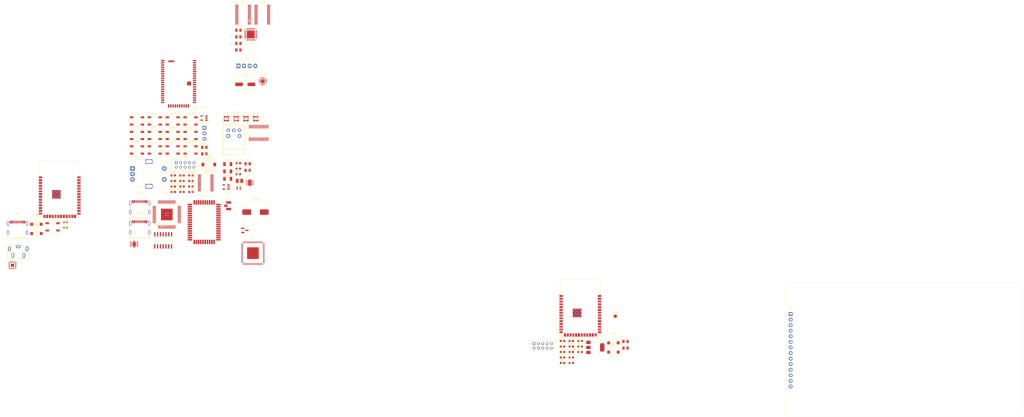
<source format=kicad_pcb>
(kicad_pcb (version 20241229) (generator "pcbnew") (generator_version "9.0")
  (layers (0 "F.Cu" signal) (2 "B.Cu" signal) (13 "F.Paste" user) (15 "B.Paste" user) (5 "F.SilkS" user "F.Silkscreen") (7 "B.SilkS" user "B.Silkscreen") (1 "F.Mask" user) (3 "B.Mask" user) (25 "Edge.Cuts" user))
  (net 0 "")
  (net 1 "GND")
  (net 2 "+12V")
  (net 3 "/Raspberry Pi/5V")
  (net 4 "DVDD_3V3")
  (net 5 "Net-(U19-EN)")
  (net 6 "Net-(C44-Pad1)")
  (net 7 "Net-(U9-CAPP)")
  (net 8 "Net-(U9-CAPM)")
  (net 9 "IOVDD_3V3")
  (net 10 "AVDD_3V3")
  (net 11 "Net-(U9-VNEG)")
  (net 12 "/HID/ESP32 HID/3V3")
  (net 13 "/HID/ESP32 HID/CHIP_PU")
  (net 14 "/HID/ESP32 HID/GPIO0")
  (net 15 "/HID/Encoder/5V")
  (net 16 "/HID/Encoder/3V3")
  (net 17 "/HID/ESP32 HID/5V")
  (net 18 "/ADC/Tip Switch IN")
  (net 19 "/ADC/Sleeve")
  (net 20 "/ADC/Right Audio")
  (net 21 "/ADC/Left Audio")
  (net 22 "/ESP32/GPIO19")
  (net 23 "/ESP32/GPIO20")
  (net 25 "/ESP32/RGB_CTRL")
  (net 26 "+5V")
  (net 27 "Net-(D7-DOUT)")
  (net 28 "/HID/Encoder/LED_DATA")
  (net 29 "Net-(D8-DOUT)")
  (net 30 "Net-(D10-DIN)")
  (net 31 "Net-(D10-DOUT)")
  (net 32 "Net-(D11-DOUT)")
  (net 33 "Net-(D12-DOUT)")
  (net 34 "Net-(D13-DOUT)")
  (net 35 "Net-(D14-DOUT)")
  (net 36 "Net-(D15-DOUT)")
  (net 37 "Net-(D16-DOUT)")
  (net 38 "Net-(D17-DOUT)")
  (net 40 "/QCC5125/RF_ANT_50R")
  (net 41 "/HID/ESP32 HID/SCL")
  (net 42 "/HID/ESP32 HID/LED_DATA")
  (net 43 "/HID/ESP32 HID/INT")
  (net 44 "/HID/ESP32 HID/SDA")
  (net 45 "/HID/ESP32 HID/LCD_CS")
  (net 46 "/HID/ESP32 HID/CTP_RST")
  (net 47 "/HID/ESP32 HID/LCD_RS")
  (net 48 "/HID/ESP32 HID/SCK")
  (net 49 "/HID/ESP32 HID/MISO")
  (net 50 "/HID/ESP32 HID/SD_CS")
  (net 51 "/HID/ESP32 HID/MOSI")
  (net 52 "/HID/ESP32 HID/LED")
  (net 53 "/HID/ESP32 HID/LCD_RST")
  (net 54 "/HID/ESP32 HID/CTP_INT")
  (net 55 "/HID/Encoder/SDA")
  (net 56 "/HID/Encoder/INT")
  (net 57 "/HID/Encoder/SCL")
  (net 58 "Net-(J11-Pin_2)")
  (net 59 "Net-(J11-Pin_3)")
  (net 60 "Net-(J11-Pin_1)")
  (net 61 "Net-(U19-SW)")
  (net 63 "/fan/Fan_PWM")
  (net 64 "Net-(Q1-D)")
  (net 65 "/Raspberry Pi/PI_PWR_EN")
  (net 66 "Net-(U22-3V3)")
  (net 67 "/HID/ESP32 HID/VCC_3V3")
  (net 68 "/ESP32/GPIO0")
  (net 69 "/ESP32/CHIP_PU")
  (net 70 "/HID/Encoder/rot_a")
  (net 71 "/HID/Encoder/rot_b")
  (net 72 "/HID/Encoder/rot_sw")
  (net 73 "/HID/Encoder/back_sw")
  (net 74 "Net-(U1-DGND-Pad1)")
  (net 79 "Net-(U1-DVDD-Pad20)")
  (net 82 "Net-(U1-IOVDD-Pad18)")
  (net 133 "/DAC/SCL")
  (net 134 "/DAC/LDOO")
  (net 135 "Net-(U2-CAPP)")
  (net 136 "/DAC/OUT_BCK")
  (net 137 "/DAC/OUT_LRCK")
  (net 138 "Net-(U2-VNEG)")
  (net 139 "Net-(U2-OUTL)")
  (net 141 "/DAC/SDA")
  (net 142 "Net-(U2-CAPM)")
  (net 144 "/DAC/OUT_SCK")
  (net 146 "Net-(U2-XSMT)")
  (net 148 "Net-(U2-VCOM{slash}DEMP)")
  (net 149 "/DAC/OUT_DIN")
  (net 150 "Net-(U2-OUTR)")
  (net 151 "Net-(U3-MICN1)")
  (net 153 "/BM83/SDA")
  (net 154 "/BM83/BM83 TXD")
  (net 158 "Net-(U3-AIR)")
  (net 161 "/BM83/BM83_MCLK")
  (net 164 "Net-(D1-A)")
  (net 167 "Net-(U3-MICN2)")
  (net 171 "/BM83/BM83_LRCK")
  (net 176 "Net-(U3-AIL)")
  (net 177 "Net-(U3-P3_4{slash}UART_RTS)")
  (net 178 "/BM83/BM83 RXD")
  (net 181 "Net-(U3-MICP1)")
  (net 182 "Net-(U3-MICP2)")
  (net 183 "Net-(D4-K)")
  (net 185 "/BM83/USB_DP")
  (net 187 "/BM83/BM83_DOUT")
  (net 191 "/BM83/BM83_BCLK")
  (net 192 "/BM83/SCL")
  (net 194 "/BM83/BM83_DIN")
  (net 196 "Net-(D1-K)")
  (net 197 "/BM83/USB_DM")
  (net 198 "/ESP32/GPIO2")
  (net 199 "/ESP32/GPIO39")
  (net 200 "/ESP32/GPIO4")
  (net 201 "/ESP32/GPIO37")
  (net 202 "/ESP32/GPIO41")
  (net 203 "/ESP32/GPIO38")
  (net 204 "/ESP32/U0RXD")
  (net 205 "/ESP32/GPIO47")
  (net 206 "/ESP32/GPIO45")
  (net 207 "/ESP32/GPIO46")
  (net 208 "/ESP32/GPIO21")
  (net 209 "/ESP32/GPIO6")
  (net 210 "/ESP32/GPIO11")
  (net 211 "/ESP32/GPIO18")
  (net 212 "/ESP32/GPIO3")
  (net 213 "/ESP32/GPIO13")
  (net 214 "/ESP32/GPIO36")
  (net 215 "/ESP32/GPIO40")
  (net 216 "/ESP32/GPIO7")
  (net 217 "/ESP32/GPIO14")
  (net 218 "/ESP32/GPIO8")
  (net 219 "/ESP32/GPIO17")
  (net 220 "/ESP32/GPIO1")
  (net 221 "/ESP32/GPIO16")
  (net 222 "/ESP32/GPIO9")
  (net 223 "/ESP32/GPIO42")
  (net 224 "/ESP32/GPIO10")
  (net 225 "/ESP32/GPIO35")
  (net 226 "/ESP32/GPIO48")
  (net 227 "/ESP32/U0TXD")
  (net 228 "/ESP32/GPIO12")
  (net 229 "/ESP32/GPIO15")
  (net 230 "/ESP32/GPIO5")
  (net 231 "Net-(U4-3V3)")
  (net 232 "/USB audio/2D+")
  (net 233 "/USB audio/1D+")
  (net 234 "Net-(U13-1Y)")
  (net 235 "+3V3")
  (net 236 "/USB audio/D+")
  (net 237 "/USB audio/1D-")
  (net 238 "/USB audio/D-")
  (net 239 "/USB audio/2D-")
  (net 240 "Net-(U13-1B)")
  (net 306 "Net-(U7-FSOUT1)")
  (net 307 "Net-(U7-~{AUDIO})")
  (net 308 "Net-(U7-XTO)")
  (net 309 "Net-(U7-FMT0)")
  (net 310 "/SPdif/BCKO")
  (net 311 "Net-(U7-FILT)")
  (net 313 "Net-(U7-FMT1)")
  (net 314 "/SPdif/DOUT")
  (net 319 "/SPdif/SPDIF")
  (net 320 "Net-(U7-ERROR)")
  (net 321 "Net-(U7-XTI)")
  (net 322 "/SPdif/LRCKO")
  (net 323 "Net-(U7-FSOUT0)")
  (net 324 "/SPdif/RST")
  (net 328 "Net-(U8-CC2)")
  (net 329 "Net-(U8-CC1)")
  (net 330 "Net-(U9-LDOO)")
  (net 331 "/DAC/S_LRCK")
  (net 332 "Net-(U9-OUTRN)")
  (net 333 "Net-(U9-OUTRP)")
  (net 335 "/DAC/S_DIN")
  (net 337 "Net-(U9-VCOM)")
  (net 338 "Net-(U9-OUTLN)")
  (net 339 "Net-(U9-OUTLP)")
  (net 341 "/DAC/S_BCK")
  (net 344 "/DAC/S_SCK")
  (net 345 "Net-(U9-XSMT)")
  (net 347 "Net-(U10-D-)")
  (net 348 "/fan/THERM")
  (net 349 "/fan/SDA")
  (net 350 "/fan/SCL")
  (net 351 "/fan/THERM2")
  (net 352 "Net-(U11-CAPM)")
  (net 353 "Net-(U11-VCOM{slash}DEMP)")
  (net 357 "Net-(U11-OUTR)")
  (net 358 "/DAC/AUX_DIN")
  (net 359 "Net-(U11-XSMT)")
  (net 360 "/DAC/AUX_BCK")
  (net 362 "/DAC/AUX_SCK")
  (net 363 "/DAC/AUX_LRCK")
  (net 364 "Net-(U11-CAPP)")
  (net 365 "Net-(U11-OUTL)")
  (net 366 "Net-(U11-VNEG)")
  (net 369 "Net-(U13-1A)")
  (net 371 "Net-(U14-CC1)")
  (net 372 "Net-(U14-GND-PadA1)")
  (net 373 "Net-(U14-GND-PadB1)")
  (net 374 "Net-(U14-CC2)")
  (net 377 "Net-(U15-GND-PadA1)")
  (net 379 "Net-(U15-GND-PadB1)")
  (net 380 "Net-(U15-CC2)")
  (net 382 "Net-(U15-CC1)")
  (net 385 "/QCC5125/BT_BCK")
  (net 387 "Net-(U16-SYS_CTRL)")
  (net 393 "VBUS")
  (net 398 "Net-(J4-Pin_3)")
  (net 401 "Net-(U16-PCM_IN{slash}PIO19)")
  (net 405 "Net-(D6-K)")
  (net 406 "/QCC5125/BT_RXD")
  (net 411 "/QCC5125/BT_TXD")
  (net 412 "/QCC5125/BT_LRCK")
  (net 419 "Net-(J4-Pin_2)")
  (net 421 "/QCC5125/BT_DOUT")
  (net 425 "Net-(U18-AREG)")
  (net 426 "Net-(U18-DREG)")
  (net 427 "/ADC/BCKO")
  (net 428 "Net-(U18-VREF)")
  (net 429 "/ADC/LRCKO")
  (net 430 "/ADC/DOUT")
  (net 431 "Net-(U19-FB)")
  (net 434 "Net-(U21-FB_PG)")
  (net 435 "Net-(U21-NR{slash}SS)")
  (net 436 "Net-(U21-EN_UV)")
  (net 437 "/HID/ESP32 HID/ESP_MOSI")
  (net 439 "/HID/ESP32 HID/GPIO2")
  (net 440 "/HID/ESP32 HID/ESP_SCLK")
  (net 441 "/HID/ESP32 HID/GPIO47")
  (net 442 "/HID/ESP32 HID/GPIO20")
  (net 444 "/HID/ESP32 HID/U0TXD")
  (net 445 "/HID/ESP32 HID/U0RXD")
  (net 446 "/HID/ESP32 HID/GPIO21")
  (net 447 "/HID/ESP32 HID/GPIO38")
  (net 448 "/HID/ESP32 HID/GPIO19")
  (net 450 "/HID/ESP32 HID/GPIO18")
  (net 451 "/HID/ESP32 HID/GPIO17")
  (net 452 "/HID/ESP32 HID/GPIO3")
  (net 454 "/HID/ESP32 HID/ESP_MISO")
  (net 457 "/HID/ESP32 HID/ESP_CS")
  (net 458 "/HID/ESP32 HID/GPIO1")
  (net 465 "/HID/Encoder/VCC_3V3")
  (footprint "Diode_SMD:D_SOD-523" (layer "F.Cu") (at -11.2525 69.18)
    (property "Reference" "D2")
    (property "Value" "LESD5D5.0CT1G")
  )
  (footprint "LED_SMD:LED_WS2812B_PLCC4_5.0x5.0mm_P3.2mm" (layer "F.Cu") (at 37.5175 29.605)
    (property "Reference" "D14")
    (property "Value" "WS2812B")
  )
  (footprint "Capacitor_SMD:C_1206_3216Metric" (layer "F.Cu") (at 62.5825 49.36)
    (property "Reference" "C42")
    (property "Value" "10uF")
  )
  (footprint "LED_SMD:LED_WS2812B_PLCC4_5.0x5.0mm_P3.2mm" (layer "F.Cu") (at 21.2775 29.605)
    (property "Reference" "D8")
    (property "Value" "WS2812B")
  )
  (footprint "Capacitor_SMD:C_0603_1608Metric" (layer "F.Cu") (at 214.97 123.27)
    (property "Reference" "C92")
    (property "Value" "0.1uF")
  )
  (footprint "Capacitor_SMD:C_0805_2012Metric" (layer "F.Cu") (at 243.66 123.52)
    (property "Reference" "C114")
    (property "Value" "10uF")
  )
  (footprint "Capacitor_SMD:C_0603_1608Metric" (layer "F.Cu") (at 37.7725 55.37)
    (property "Reference" "C101")
    (property "Value" "0.1uF")
  )
  (footprint "Capacitor_SMD:C_1206_3216Metric" (layer "F.Cu") (at 62.5825 42.66)
    (property "Reference" "C40")
    (property "Value" "10uF")
  )
  (footprint "Capacitor_SMD:C_0805_2012Metric" (layer "F.Cu") (at 67.4425 -9.31)
    (property "Reference" "C74")
    (property "Value" "2.2uF")
  )
  (footprint "Capacitor_SMD:C_0603_1608Metric" (layer "F.Cu") (at 214.97 128.29)
    (property "Reference" "C94")
    (property "Value" "0.1uF")
  )
  (footprint "LED_SMD:LED_WS2812B_PLCC4_5.0x5.0mm_P3.2mm" (layer "F.Cu") (at 21.2775 36.225)
    (property "Reference" "D9")
    (property "Value" "WS2812B")
  )
  (footprint "Capacitor_SMD:C_0805_2012Metric" (layer "F.Cu") (at 67.4425 -12.32)
    (property "Reference" "C72")
    (property "Value" "2.2uF")
  )
  (footprint "Package_TO_SOT_SMD:SOT-23" (layer "F.Cu") (at 70.3625 72.875)
    (property "Reference" "Q1")
    (property "Value" "AO3400A")
  )
  (footprint "Capacitor_SMD:C_0603_1608Metric" (layer "F.Cu") (at 41.7825 50.35)
    (property "Reference" "C103")
    (property "Value" "0.1uF")
  )
  (footprint "easyeda2kicad:USB-C-SMD_G-SWITCH_GT-USB-7010ASV" (layer "F.Cu") (at 22.5375 62.145)
    (property "Reference" "U14")
    (property "Value" "GT-USB-7010ASV")
  )
  (footprint "Connector_Coaxial:CoaxialSwitch_Hirose_MS-156C3_Horizontal" (layer "F.Cu") (at 61.9825 21.95)
    (property "Reference" "TP2")
    (property "Value" "spdif_error")
  )
  (footprint "Capacitor_SMD:C_0603_1608Metric" (layer "F.Cu") (at 41.7825 47.84)
    (property "Reference" "C102")
    (property "Value" "0.1uF")
  )
  (footprint "easyeda2kicad:WQFN-20_L3.0-W3.0-P0.50-TL-EP1.4" (layer "F.Cu") (at -35.3975 88.76)
    (property "Reference" "U18")
    (property "Value" "PCM1809IRTER")
  )
  (footprint "Capacitor_SMD:C_0603_1608Metric" (layer "F.Cu") (at 45.7925 47.84)
    (property "Reference" "C106")
    (property "Value" "0.1uF")
  )
  (footprint "LED_SMD:LED_WS2812B_PLCC4_5.0x5.0mm_P3.2mm" (layer "F.Cu") (at -17.1325 71.265)
    (property "Reference" "D5")
    (property "Value" "WS2812B")
  )
  (footprint "Connector:FanPinHeader_1x04_P2.54mm_Vertical" (layer "F.Cu") (at 67.4925 -2.08)
    (property "Reference" "M1")
    (property "Value" "P8 Max")
  )
  (footprint "Capacitor_SMD:C_0603_1608Metric" (layer "F.Cu") (at 214.97 125.78)
    (property "Reference" "C93")
    (property "Value" "1uF")
  )
  (footprint "easyeda2kicad:AUDIO-TH_PJ-358H-B" (layer "F.Cu") (at -32.7325 82.315)
    (property "Reference" "CN1")
    (property "Value" "PJ-358H-B")
  )
  (footprint "easyeda2kicad:USB-C-SMD_G-SWITCH_GT-USB-7010ASV" (layer "F.Cu") (at 22.5375 71.32)
    (property "Reference" "U15")
    (property "Value" "GT-USB-7010ASV")
  )
  (footprint "Capacitor_SMD:C_0805_2012Metric" (layer "F.Cu") (at 51.9225 38.03)
    (property "Reference" "C113")
    (property "Value" "10uF")
  )
  (footprint "Capacitor_SMD:C_0805_2012Metric" (layer "F.Cu") (at 51.9225 35.02)
    (property "Reference" "C112")
    (property "Value" "10uF")
  )
  (footprint "RF_Module:Microchip_BM83" (layer "F.Cu") (at 40.2175 0.405)
    (property "Reference" "U3")
    (property "Value" "Microchip_BM83")
  )
  (footprint "Capacitor_SMD:C_1206_3216Metric" (layer "F.Cu") (at 62.5825 46.01)
    (property "Reference" "C41")
    (property "Value" "10uF")
  )
  (footprint "Capacitor_SMD:C_0603_1608Metric" (layer "F.Cu") (at 41.7825 55.37)
    (property "Reference" "C105")
    (property "Value" "0.1uF")
  )
  (footprint "Capacitor_SMD:CP_Elec_10x10" (layer "F.Cu") (at 75.2175 64.55)
    (property "Reference" "C18")
    (property "Value" "100uF")
  )
  (footprint "easyeda2kicad:USB-C-SMD_G-SWITCH_GT-USB-7010ASV" (layer "F.Cu") (at -33.1025 71.475)
    (property "Reference" "U8")
    (property "Value" "GT-USB-7010ASV")
  )
  (footprint "Connector_JST:JST_PHD_B10B-PHDSS_2x05_P2.00mm_Vertical" (layer "F.Cu") (at 201.995 124.54)
    (property "Reference" "J5")
    (property "Value" "<- Encoder")
  )
  (footprint "Connector_Coaxial:CoaxialSwitch_Hirose_MS-156C3_Horizontal" (layer "F.Cu") (at 75.3325 21.95)
    (property "Reference" "TP5")
    (property "Value" "spdif_fsout1")
  )
  (footprint "LED_SMD:LED_WS2812B_PLCC4_5.0x5.0mm_P3.2mm" (layer "F.Cu") (at 45.6375 36.225)
    (property "Reference" "D18")
    (property "Value" "WS2812B")
  )
  (footprint "Inductor_SMD:L_0603_1608Metric" (layer "F.Cu") (at 67.4125 44.75)
    (property "Reference" "L2")
    (property "Value" "150nH")
  )
  (footprint "Resistor_SMD:R_0603_1608Metric" (layer "F.Cu") (at 222.99 128.29)
    (property "Reference" "R58")
    (property "Value" "4k7")
  )
  (footprint "Diode_SMD:D_SOD-523" (layer "F.Cu") (at -11.2525 71.63)
    (property "Reference" "D3")
    (property "Value" "LESD5D5.0CT1G")
  )
  (footprint "Capacitor_SMD:C_0603_1608Metric" (layer "F.Cu") (at 45.7925 52.86)
    (property "Reference" "C108")
    (property "Value" "0.1uF")
  )
  (footprint "Capacitor_SMD:C_0603_1608Metric" (layer "F.Cu") (at 37.7725 50.35)
    (property "Reference" "C99")
    (property "Value" "0.1uF")
  )
  (footprint "Capacitor_SMD:C_0603_1608Metric" (layer "F.Cu") (at 45.7925 50.35)
    (property "Reference" "C107")
    (property "Value" "0.1uF")
  )
  (footprint "easyeda2kicad:TSSOP-28_L9.7-W4.4-P0.65-LS6.4-BL" (layer "F.Cu") (at 76.6575 28.46)
    (property "Reference" "U7")
    (property "Value" "DIR9001PWR")
  )
  (footprint "RF_Module:ESP32-S3-WROOM-1" (layer "F.Cu") (at 223.1 108.04)
    (property "Reference" "U22")
    (property "Value" "ESP32-S3-WROOM-1U-N16R8")
  )
  (footprint "Capacitor_SMD:C_0805_2012Metric" (layer "F.Cu") (at 67.4425 -18.34)
    (property "Reference" "C69")
    (property "Value" "2.2uF")
  )
  (footprint "Capacitor_SMD:C_0603_1608Metric" (layer "F.Cu") (at 37.7725 47.84)
    (property "Reference" "C98")
    (property "Value" "0.1uF")
  )
  (footprint "RF_Module:ESP32-S3-WROOM-1" (layer "F.Cu") (at -13.8975 53.98)
    (property "Reference" "U4")
    (property "Value" "ESP32-S3-WROOM-1")
  )
  (footprint "easyeda2kicad:SW-SMD_L3.9-W3.0-P4.45" (layer "F.Cu") (at 238.14 124.13)
    (property "Reference" "SW4")
    (property "Value" "Boot")
  )
  (footprint "TestPoint:TestPoint_Pad_D1.5mm" (layer "F.Cu") (at 239 112)
    (property "Reference" "TP6")
    (property "Value" "LED_D")
  )
  (footprint "Connector_Coaxial:CoaxialSwitch_Hirose_MS-156C3_Horizontal" (layer "F.Cu") (at 66.4325 21.95)
    (property "Reference" "TP3")
    (property "Value" "spdif_audio")
  )
  (footprint "easyeda2kicad:KEY-SMD_SKSUAAE010" (layer "F.Cu") (at 53.9575 42.86)
    (property "Reference" "SW6")
    (property "Value" "SKSUAAE010")
  )
  (footprint "Capacitor_SMD:C_0603_1608Metric" (layer "F.Cu") (at 214.97 130.8)
    (property "Reference" "C95")
    (property "Value" "0.1uF")
  )
  (footprint "easyeda2kicad:SOT-23-5_L2.9-W1.6-P0.95-LS2.8-BR" (layer "F.Cu") (at 51.7975 21.69)
    (property "Reference" "U23")
    (property "Value" "TPS7B92033DBVR")
  )
  (footprint "Capacitor_SMD:C_0603_1608Metric" (layer "F.Cu") (at 41.7825 52.86)
    (property "Reference" "C104")
    (property "Value" "0.1uF")
  )
  (footprint "Capacitor_SMD:C_0603_1608Metric" (layer "F.Cu") (at 214.97 133.31)
    (property "Reference" "C96")
    (property "Value" "0.1uF")
  )
  (footprint "easyeda2kicad:L0806" (layer "F.Cu") (at 67.9325 50.34)
    (property "Reference" "L1")
    (property "Value" "1uH")
  )
  (footprint "LED_SMD:LED_WS2812B_PLCC4_5.0x5.0mm_P3.2mm" (layer "F.Cu") (at 21.2775 22.985)
    (property "Reference" "D7")
    (property "Value" "WS2812B")
  )
  (footprint "easyeda2kicad:SW-SMD_L3.9-W3.0-P4.45" (layer "F.Cu") (at 238.14 128.36)
    (property "Reference" "SW5")
    (property "Value" "Reset")
  )
  (footprint "Package_SO:TSSOP-28_4.4x9.7mm_P0.65mm" (layer "F.Cu") (at 69.5925 -25.47)
    (property "Reference" "U2")
    (property "Value" "PCM5122PW")
  )
  (footprint "easyeda2kicad:OPTO-TH_PLR237-T10BK" (layer "F.Cu") (at 65.3825 28.56)
    (property "Reference" "U17")
    (property "Value" "PLR237/T10BK")
  )
  (footprint "Capacitor_SMD:C_0805_2012Metric" (layer "F.Cu") (at 67.4425 -15.33)
    (property "Reference" "C70")
    (property "Value" "2.2uF")
  )
  (footprint "Capacitor_SMD:C_0603_1608Metric" (layer "F.Cu") (at 218.98 123.27)
    (property "Reference" "C116")
    (property "Value" "0.1uF")
  )
  (footprint "Connector_PinSocket_2.54mm:PinSocket_1x14_P2.54mm_Vertical" (layer "F.Cu") (at 319.5 107.56)
    (property "Reference" "J6")
    (property "Value" "Display")
  )
  (footprint "Capacitor_SMD:C_0805_2012Metric" (layer "F.Cu") (at 243.66 126.53)
    (property "Reference" "C115")
    (property "Value" "10uF")
  )
  (footprint "Capacitor_SMD:C_0603_1608Metric" (layer "F.Cu") (at 37.7725 52.86)
    (property "Reference" "C100")
    (property "Value" "0.1uF")
  )
  (footprint "Capacitor_SMD:C_0603_1608Metric" (layer "F.Cu") (at 218.98 125.78)
    (property "Reference" "C117")
    (property "Value" "0.1uF")
  )
  (footprint "LED_SMD:LED_WS2812B_PLCC4_5.0x5.0mm_P3.2mm" (layer "F.Cu") (at 29.3975 22.985)
    (property "Reference" "D10")
    (property "Value" "WS2812B")
  )
  (footprint "Resistor_SMD:R_0603_1608Metric" (layer "F.Cu") (at 67.4125 47.26)
    (property "Reference" "R30")
    (property "Value" "330m")
  )
  (footprint "Resistor_SMD:R_0603_1608Metric" (layer "F.Cu") (at 218.98 130.8)
    (property "Reference" "R54")
    (property "Value" "10k")
  )
  (footprint "easyeda2kicad:SJR-BTM525" (layer "F.Cu") (at 51.8575 69.125)
    (property "Reference" "U16")
    (property "Value" "BTM525")
  )
  (footprint "LED_SMD:LED_WS2812B_PLCC4_5.0x5.0mm_P3.2mm" (layer "F.Cu") (at 37.5175 36.225)
    (property "Reference" "D15")
    (property "Value" "WS2812B")
  )
  (footprint "Connector_PinHeader_2.54mm:PinHeader_1x03_P2.54mm_Vertical" (layer "F.Cu") (at 51.9925 26.14)
    (property "Reference" "J11")
    (property "Value" "OPT")
  )
  (footprint "LED_SMD:LED_WS2812B_PLCC4_5.0x5.0mm_P3.2mm" (layer "F.Cu") (at 45.6375 22.985)
    (property "Reference" "D16")
    (property "Value" "WS2812B")
  )
  (footprint "easyeda2kicad:TQFP-64_L10.0-W10.0-P0.50-LS12.0-BL-EP5.3" (layer "F.Cu") (at 34.8575 65.625)
    (property "Reference" "U6")
    (property "Value" "XU208-128-TQ64-C10")
  )
  (footprint "easyeda2kicad:ANT-SMD_UFL-R-SMT-1-10" (layer "F.Cu") (at 62.3825 61.65)
    (property "Reference" "J3")
    (property "Value" "BT1 Ant")
  )
  (footprint "easyeda2kicad:SW-SMD_L3.9-W3.0-P4.45" (layer "F.Cu") (at -24.4875 70.07)
    (property "Reference" "SW1")
    (property "Value" "Boot")
  )
  (footprint "Rotary_Encoder:RotaryEncoder_Alps_EC11E-Switch_Vertical_H20mm" (layer "F.Cu") (at 19.2425 44.66)
    (property "Reference" "SW3")
    (property "Value" "EC11E15244B2")
  )
  (footprint "Capacitor_SMD:C_0603_1608Metric" (layer "F.Cu") (at 45.7925 55.37)
    (property "Reference" "C109")
    (property "Value" "0.1uF")
  )
  (footprint "Capacitor_SMD:CP_Elec_6.3x5.4" (layer "F.Cu") (at 70.5425 6.32)
    (property "Reference" "C12")
    (property "Value" "47uF")
  )
  (footprint "Package_TO_SOT_SMD:SOT-563" (layer "F.Cu") (at 67.6075 53.66)
    (property "Reference" "U19")
    (property "Value" "TPS62A02NADRL")
  )
  (footprint "Package_SO:TSSOP-28_4.4x9.7mm_P0.65mm" (layer "F.Cu") (at 78.3425 -25.47)
    (property "Reference" "U11")
    (property "Value" "PCM5122PW")
  )
  (footprint "Capacitor_SMD:C_0603_1608Metric" (layer "F.Cu") (at 218.98 128.29)
    (property "Reference" "C118")
    (property "Value" "2.2uF")
  )
  (footprint "LED_SMD:LED_WS2812B_PLCC4_5.0x5.0mm_P3.2mm" (layer "F.Cu") (at 37.5175 22.985)
    (property "Reference" "D13")
    (property "Value" "WS2812B")
  )
  (footprint "easyeda2kicad:VQFN-32_L5.0-W5.0-P0.50-BL-EP" (layer "F.Cu") (at 73.0675 -16.445)
    (property "Reference" "U9")
    (property "Value" "PCM5242RHBR")
  )
  (footprint "LED_SMD:LED_WS2812B_PLCC4_5.0x5.0mm_P3.2mm" (layer "F.Cu") (at 45.6375 29.605)
    (property "Reference" "D17")
    (property "Value" "WS2812B")
  )
  (footprint "easyeda2kicad:WSON-10_L3.0-W3.0-P0.50-TL-EP" (layer "F.Cu") (at 72.6575 51.16)
    (property "Reference" "U21")
    (property "Value" "TPS7A9401DSCR")
  )
  (footprint "LED_SMD:LED_WS2812B_PLCC4_5.0x5.0mm_P3.2mm" (layer "F.Cu") (at 29.3975 29.605)
    (property "Reference" "D11")
    (property "Value" "WS2812B")
  )
  (footprint "Capacitor_SMD:C_0805_2012Metric" (layer "F.Cu") (at 71.6425 42.49)
    (property "Reference" "C44")
    (property "Value" "10uF")
  )
  (footprint "easyeda2kicad:SOIC-14_L8.7-W3.9-P1.27-LS6.0-BL" (layer "F.Cu") (at 33.2075 77.415)
    (property "Reference" "U13")
    (property "Value" "CD74HC02M96")
  )
  (footprint "Package_CSP:LFCSP-72-1EP_10x10mm_P0.5mm_EP5.3x5.3mm" (layer "F.Cu") (at 74.0625 83.25)
    (property "Reference" "U1")
    (property "Value" "ADAU1451")
  )
  (footprint "Package_TO_SOT_SMD:SOT-223-3_TabPin2" (layer "F.Cu") (at 229.92 126.215)
    (property "Reference" "U25")
    (property "Value" "AMS1117-3.3")
  )
  (footprint "Resistor_SMD:R_0603_1608Metric" (layer "F.Cu") (at 218.98 133.31)
    (property "Reference" "R55")
    (property "Value" "0")
  )
  (footprint "Package_DFN_QFN:VQFN-16-1EP_3x3mm_P0.5mm_EP1.68x1.68mm" (layer "F.Cu") (at 78.5225 4.9)
    (property "Reference" "U10")
    (property "Value" "TMP468xxRGT")
  )
  (footprint "easyeda2kicad:SW-SMD_L3.9-W3.0-P4.45" (layer "F.Cu") (at -24.4875 74.3)
    (property "Reference" "SW2")
    (property "Value" "Reset")
  )
  (footprint "Capacitor_SMD:C_0805_2012Metric" (layer "F.Cu") (at 71.6425 45.5)
    (property "Reference" "C45")
    (property "Value" "10uF")
  )
  (footprint "Connector_JST:JST_PHD_B10B-PHDSS_2x05_P2.00mm_Vertical" (layer "F.Cu") (at 39.1875 42.06)
    (property "Reference" "J8")
    (property "Value" "->ESP32")
  )
  (footprint "easyeda2kicad:VSON-10_L3.0-W3.0-P0.50-TL-EP_TPS62410DRCR" (layer "F.Cu") (at 20.0125 79.185)
    (property "Reference" "U5")
    (property "Value" "TS3USB221DRCR")
  )
  (footprint "easyeda2kicad:SOT-23-5_L2.9-W1.6-P0.95-LS2.8-BR" (layer "F.Cu") (at 61.8575 53.05)
    (property "Reference" "U20")
    (property "Value" "TPS7B92033DBVR")
  )
  (footprint "Package_SO:TSSOP-24_4.4x7.8mm_P0.65mm" (layer "F.Cu") (at 52.5475 51.26)
    (property "Reference" "U24")
    (property "Value" "TCA9535PWR")
  )
  (footprint "Connector_Coaxial:CoaxialSwitch_Hirose_MS-156C3_Horizontal" (layer "F.Cu") (at 70.8825 21.95)
    (property "Reference" "TP4")
    (property "Value" "spdif_fsout0")
  )
  (footprint "Resistor_SMD:R_0603_1608Metric" (layer "F.Cu") (at 222.99 125.78)
    (property "Reference" "R57")
    (property "Value" "4k7")
  )
  (footprint "LED_SMD:LED_WS2812B_PLCC4_5.0x5.0mm_P3.2mm" (layer "F.Cu") (at 29.3975 36.225)
    (property "Reference" "D12")
    (property "Value" "WS2812B")
  )
  (footprint "Capacitor_SMD:C_0603_1608Metric" (layer "F.Cu") (at 67.4125 42.24)
    (property "Reference" "C43")
    (property "Value" "2.2uF")
  )
  (footprint "Resistor_SMD:R_0603_1608Metric" (layer "F.Cu") (at 222.99 123.27)
    (property "Reference" "R56")
    (property "Value" "4k7")
  )
)
</source>
